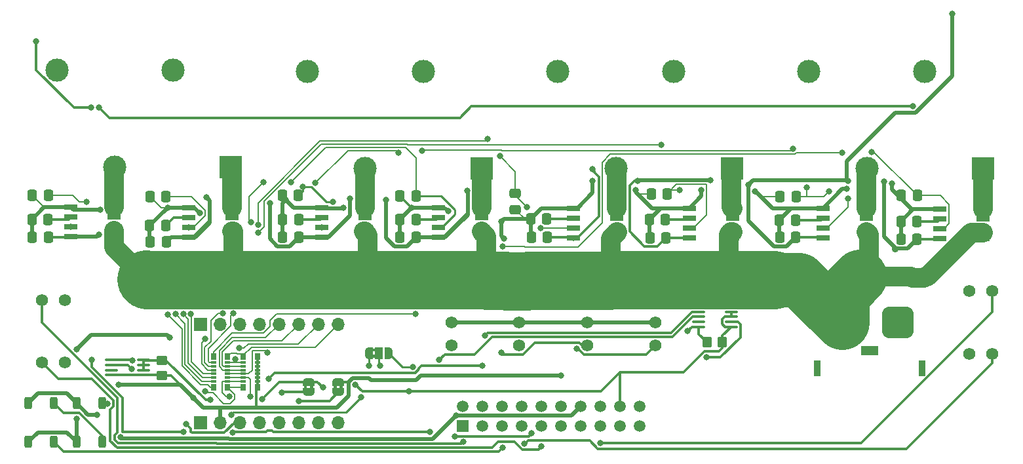
<source format=gbr>
%TF.GenerationSoftware,KiCad,Pcbnew,8.0.3*%
%TF.CreationDate,2025-06-03T03:43:46-07:00*%
%TF.ProjectId,Power_Distribution,506f7765-725f-4446-9973-747269627574,rev?*%
%TF.SameCoordinates,Original*%
%TF.FileFunction,Copper,L1,Top*%
%TF.FilePolarity,Positive*%
%FSLAX46Y46*%
G04 Gerber Fmt 4.6, Leading zero omitted, Abs format (unit mm)*
G04 Created by KiCad (PCBNEW 8.0.3) date 2025-06-03 03:43:46*
%MOMM*%
%LPD*%
G01*
G04 APERTURE LIST*
G04 Aperture macros list*
%AMRoundRect*
0 Rectangle with rounded corners*
0 $1 Rounding radius*
0 $2 $3 $4 $5 $6 $7 $8 $9 X,Y pos of 4 corners*
0 Add a 4 corners polygon primitive as box body*
4,1,4,$2,$3,$4,$5,$6,$7,$8,$9,$2,$3,0*
0 Add four circle primitives for the rounded corners*
1,1,$1+$1,$2,$3*
1,1,$1+$1,$4,$5*
1,1,$1+$1,$6,$7*
1,1,$1+$1,$8,$9*
0 Add four rect primitives between the rounded corners*
20,1,$1+$1,$2,$3,$4,$5,0*
20,1,$1+$1,$4,$5,$6,$7,0*
20,1,$1+$1,$6,$7,$8,$9,0*
20,1,$1+$1,$8,$9,$2,$3,0*%
%AMFreePoly0*
4,1,19,0.500000,-0.750000,0.000000,-0.750000,0.000000,-0.744911,-0.071157,-0.744911,-0.207708,-0.704816,-0.327430,-0.627875,-0.420627,-0.520320,-0.479746,-0.390866,-0.500000,-0.250000,-0.500000,0.250000,-0.479746,0.390866,-0.420627,0.520320,-0.327430,0.627875,-0.207708,0.704816,-0.071157,0.744911,0.000000,0.744911,0.000000,0.750000,0.500000,0.750000,0.500000,-0.750000,0.500000,-0.750000,
$1*%
%AMFreePoly1*
4,1,19,0.000000,0.744911,0.071157,0.744911,0.207708,0.704816,0.327430,0.627875,0.420627,0.520320,0.479746,0.390866,0.500000,0.250000,0.500000,-0.250000,0.479746,-0.390866,0.420627,-0.520320,0.327430,-0.627875,0.207708,-0.704816,0.071157,-0.744911,0.000000,-0.744911,0.000000,-0.750000,-0.500000,-0.750000,-0.500000,0.750000,0.000000,0.750000,0.000000,0.744911,0.000000,0.744911,
$1*%
%AMFreePoly2*
4,1,19,0.550000,-0.750000,0.000000,-0.750000,0.000000,-0.744911,-0.071157,-0.744911,-0.207708,-0.704816,-0.327430,-0.627875,-0.420627,-0.520320,-0.479746,-0.390866,-0.500000,-0.250000,-0.500000,0.250000,-0.479746,0.390866,-0.420627,0.520320,-0.327430,0.627875,-0.207708,0.704816,-0.071157,0.744911,0.000000,0.744911,0.000000,0.750000,0.550000,0.750000,0.550000,-0.750000,0.550000,-0.750000,
$1*%
%AMFreePoly3*
4,1,19,0.000000,0.744911,0.071157,0.744911,0.207708,0.704816,0.327430,0.627875,0.420627,0.520320,0.479746,0.390866,0.500000,0.250000,0.500000,-0.250000,0.479746,-0.390866,0.420627,-0.520320,0.327430,-0.627875,0.207708,-0.704816,0.071157,-0.744911,0.000000,-0.744911,0.000000,-0.750000,-0.550000,-0.750000,-0.550000,0.750000,0.000000,0.750000,0.000000,0.744911,0.000000,0.744911,
$1*%
G04 Aperture macros list end*
%TA.AperFunction,EtchedComponent*%
%ADD10C,0.000000*%
%TD*%
%TA.AperFunction,SMDPad,CuDef*%
%ADD11R,1.750000X0.650000*%
%TD*%
%TA.AperFunction,SMDPad,CuDef*%
%ADD12RoundRect,0.250000X0.337500X0.475000X-0.337500X0.475000X-0.337500X-0.475000X0.337500X-0.475000X0*%
%TD*%
%TA.AperFunction,SMDPad,CuDef*%
%ADD13RoundRect,0.250000X-0.450000X0.350000X-0.450000X-0.350000X0.450000X-0.350000X0.450000X0.350000X0*%
%TD*%
%TA.AperFunction,SMDPad,CuDef*%
%ADD14FreePoly0,90.000000*%
%TD*%
%TA.AperFunction,SMDPad,CuDef*%
%ADD15FreePoly1,90.000000*%
%TD*%
%TA.AperFunction,ComponentPad*%
%ADD16R,0.900000X2.000000*%
%TD*%
%TA.AperFunction,ComponentPad*%
%ADD17RoundRect,1.025000X1.025000X1.025000X-1.025000X1.025000X-1.025000X-1.025000X1.025000X-1.025000X0*%
%TD*%
%TA.AperFunction,ComponentPad*%
%ADD18C,4.100000*%
%TD*%
%TA.AperFunction,ComponentPad*%
%ADD19R,2.300000X1.300000*%
%TD*%
%TA.AperFunction,SMDPad,CuDef*%
%ADD20RoundRect,0.100000X-0.712500X-0.100000X0.712500X-0.100000X0.712500X0.100000X-0.712500X0.100000X0*%
%TD*%
%TA.AperFunction,ComponentPad*%
%ADD21R,3.000000X3.000000*%
%TD*%
%TA.AperFunction,ComponentPad*%
%ADD22C,3.000000*%
%TD*%
%TA.AperFunction,ComponentPad*%
%ADD23R,1.508000X1.508000*%
%TD*%
%TA.AperFunction,ComponentPad*%
%ADD24C,1.508000*%
%TD*%
%TA.AperFunction,SMDPad,CuDef*%
%ADD25RoundRect,0.250000X-0.475000X0.337500X-0.475000X-0.337500X0.475000X-0.337500X0.475000X0.337500X0*%
%TD*%
%TA.AperFunction,ComponentPad*%
%ADD26C,1.574800*%
%TD*%
%TA.AperFunction,SMDPad,CuDef*%
%ADD27RoundRect,0.250000X0.250000X-0.550000X0.250000X0.550000X-0.250000X0.550000X-0.250000X-0.550000X0*%
%TD*%
%TA.AperFunction,SMDPad,CuDef*%
%ADD28R,0.787400X0.863600*%
%TD*%
%TA.AperFunction,SMDPad,CuDef*%
%ADD29R,0.787400X0.355600*%
%TD*%
%TA.AperFunction,ComponentPad*%
%ADD30R,1.700000X1.700000*%
%TD*%
%TA.AperFunction,ComponentPad*%
%ADD31O,1.700000X1.700000*%
%TD*%
%TA.AperFunction,SMDPad,CuDef*%
%ADD32RoundRect,0.250000X0.350000X0.450000X-0.350000X0.450000X-0.350000X-0.450000X0.350000X-0.450000X0*%
%TD*%
%TA.AperFunction,SMDPad,CuDef*%
%ADD33FreePoly2,0.000000*%
%TD*%
%TA.AperFunction,SMDPad,CuDef*%
%ADD34R,1.000000X1.500000*%
%TD*%
%TA.AperFunction,SMDPad,CuDef*%
%ADD35FreePoly3,0.000000*%
%TD*%
%TA.AperFunction,ViaPad*%
%ADD36C,0.900000*%
%TD*%
%TA.AperFunction,ViaPad*%
%ADD37C,0.800000*%
%TD*%
%TA.AperFunction,Conductor*%
%ADD38C,0.304800*%
%TD*%
%TA.AperFunction,Conductor*%
%ADD39C,2.500000*%
%TD*%
%TA.AperFunction,Conductor*%
%ADD40C,7.000000*%
%TD*%
%TA.AperFunction,Conductor*%
%ADD41C,0.250000*%
%TD*%
%TA.AperFunction,Conductor*%
%ADD42C,0.508000*%
%TD*%
%TA.AperFunction,Conductor*%
%ADD43C,0.200000*%
%TD*%
%TA.AperFunction,Conductor*%
%ADD44C,7.500000*%
%TD*%
G04 APERTURE END LIST*
D10*
%TA.AperFunction,EtchedComponent*%
%TO.C,JP2*%
G36*
X122890000Y-104020000D02*
G01*
X122490000Y-104020000D01*
X122490000Y-103520000D01*
X122890000Y-103520000D01*
X122890000Y-104020000D01*
G37*
%TD.AperFunction*%
%TA.AperFunction,EtchedComponent*%
G36*
X123690000Y-104020000D02*
G01*
X123290000Y-104020000D01*
X123290000Y-103520000D01*
X123690000Y-103520000D01*
X123690000Y-104020000D01*
G37*
%TD.AperFunction*%
%TA.AperFunction,EtchedComponent*%
%TO.C,JP1*%
G36*
X119060000Y-104000000D02*
G01*
X118660000Y-104000000D01*
X118660000Y-103500000D01*
X119060000Y-103500000D01*
X119060000Y-104000000D01*
G37*
%TD.AperFunction*%
%TA.AperFunction,EtchedComponent*%
G36*
X119860000Y-104000000D02*
G01*
X119460000Y-104000000D01*
X119460000Y-103500000D01*
X119860000Y-103500000D01*
X119860000Y-104000000D01*
G37*
%TD.AperFunction*%
%TA.AperFunction,EtchedComponent*%
%TO.C,JP3*%
G36*
X127950000Y-99180000D02*
G01*
X127450000Y-99180000D01*
X127450000Y-98780000D01*
X127950000Y-98780000D01*
X127950000Y-99180000D01*
G37*
%TD.AperFunction*%
%TA.AperFunction,EtchedComponent*%
G36*
X127950000Y-99980000D02*
G01*
X127450000Y-99980000D01*
X127450000Y-99580000D01*
X127950000Y-99580000D01*
X127950000Y-99980000D01*
G37*
%TD.AperFunction*%
%TD*%
D11*
%TO.P,IC5,1,IP+_1*%
%TO.N,+BATT*%
X141669200Y-84429600D03*
%TO.P,IC5,2,IP+_2*%
X141669200Y-83159600D03*
%TO.P,IC5,3,IP-_1*%
%TO.N,PWR5*%
X141669200Y-81889600D03*
%TO.P,IC5,4,IP-_2*%
X141669200Y-80619600D03*
%TO.P,IC5,5,GND*%
%TO.N,GND*%
X136069200Y-80619600D03*
%TO.P,IC5,6,FILTER*%
%TO.N,Net-(IC5-FILTER)*%
X136069200Y-81889600D03*
%TO.P,IC5,7,VIOUT*%
%TO.N,VIout5*%
X136069200Y-83159600D03*
%TO.P,IC5,8,VCC*%
%TO.N,5V*%
X136069200Y-84429600D03*
%TD*%
D12*
%TO.P,Cf1,1*%
%TO.N,Net-(IC1-FILTER)*%
X197887500Y-82346800D03*
%TO.P,Cf1,2*%
%TO.N,GND*%
X195812500Y-82346800D03*
%TD*%
D11*
%TO.P,IC7,1,IP+_1*%
%TO.N,+BATT*%
X109372400Y-84378800D03*
%TO.P,IC7,2,IP+_2*%
X109372400Y-83108800D03*
%TO.P,IC7,3,IP-_1*%
%TO.N,PWR7*%
X109372400Y-81838800D03*
%TO.P,IC7,4,IP-_2*%
X109372400Y-80568800D03*
%TO.P,IC7,5,GND*%
%TO.N,GND*%
X103772400Y-80568800D03*
%TO.P,IC7,6,FILTER*%
%TO.N,Net-(IC7-FILTER)*%
X103772400Y-81838800D03*
%TO.P,IC7,7,VIOUT*%
%TO.N,VIout7*%
X103772400Y-83108800D03*
%TO.P,IC7,8,VCC*%
%TO.N,5V*%
X103772400Y-84378800D03*
%TD*%
D13*
%TO.P,R1,1*%
%TO.N,+3.3V*%
X100320000Y-100310000D03*
%TO.P,R1,2*%
%TO.N,GND*%
X100320000Y-102310000D03*
%TD*%
D14*
%TO.P,JP2,1,A*%
%TO.N,COM*%
X123090000Y-104420000D03*
D15*
%TO.P,JP2,2,B*%
%TO.N,GND*%
X123090000Y-103120000D03*
%TD*%
D12*
%TO.P,Cf3,1*%
%TO.N,Net-(IC6-FILTER)*%
X117979100Y-82092800D03*
%TO.P,Cf3,2*%
%TO.N,GND*%
X115904100Y-82092800D03*
%TD*%
D16*
%TO.P,J4,*%
%TO.N,*%
X198520000Y-101380000D03*
X185020000Y-101380000D03*
D17*
%TO.P,J4,1,Pin_1*%
%TO.N,-BATT*%
X195370000Y-95380000D03*
D18*
%TO.P,J4,2,Pin_2*%
%TO.N,+BATT*%
X188170000Y-95380000D03*
D19*
%TO.P,J4,3*%
%TO.N,N/C*%
X191770000Y-99030000D03*
%TD*%
D12*
%TO.P,Cf8,1*%
%TO.N,Net-(IC8-FILTER)*%
X85619500Y-82092800D03*
%TO.P,Cf8,2*%
%TO.N,GND*%
X83544500Y-82092800D03*
%TD*%
D20*
%TO.P,U2,1,SDA*%
%TO.N,SDA*%
X169675000Y-94020000D03*
%TO.P,U2,2,SCL*%
%TO.N,SCL*%
X169675000Y-94670000D03*
%TO.P,U2,3,Alert*%
%TO.N,unconnected-(U2-Alert-Pad3)*%
X169675000Y-95320000D03*
%TO.P,U2,4,GND*%
%TO.N,GND*%
X169675000Y-95970000D03*
%TO.P,U2,5,A2*%
%TO.N,+3.3V*%
X173900000Y-95970000D03*
%TO.P,U2,6,A1*%
%TO.N,GND*%
X173900000Y-95320000D03*
%TO.P,U2,7,A0*%
%TO.N,+3.3V*%
X173900000Y-94670000D03*
%TO.P,U2,8,V_{DD}*%
X173900000Y-94020000D03*
%TD*%
D21*
%TO.P,J6,1,1*%
%TO.N,PWR1*%
X206396000Y-75492000D03*
D22*
%TO.P,J6,2,2*%
%TO.N,-BATT*%
X198896000Y-62992000D03*
%TO.P,J6,3,3*%
%TO.N,PWR2*%
X191396000Y-75492000D03*
%TO.P,J6,4,4*%
%TO.N,-BATT*%
X183896000Y-62992000D03*
%TD*%
D12*
%TO.P,Cb6,1*%
%TO.N,5V*%
X165447800Y-84480400D03*
%TO.P,Cb6,2*%
%TO.N,GND*%
X163372800Y-84480400D03*
%TD*%
D23*
%TO.P,J18,1,1*%
%TO.N,PWM0*%
X139190000Y-108750000D03*
D24*
%TO.P,J18,2,2*%
%TO.N,SCL*%
X139190000Y-106210000D03*
%TO.P,J18,3,3*%
%TO.N,PWM1*%
X141730000Y-108750000D03*
%TO.P,J18,4,4*%
%TO.N,SDA*%
X141730000Y-106210000D03*
%TO.P,J18,5,5*%
%TO.N,PWM2*%
X144270000Y-108750000D03*
%TO.P,J18,6,6*%
%TO.N,toNEO_CTRL_MOOD*%
X144270000Y-106210000D03*
%TO.P,J18,7,7*%
%TO.N,PWM3*%
X146810000Y-108750000D03*
%TO.P,J18,8,8*%
%TO.N,outNEO_CTRL_MOOD*%
X146810000Y-106210000D03*
%TO.P,J18,9,9*%
%TO.N,PWM4*%
X149350000Y-108750000D03*
%TO.P,J18,10,10*%
%TO.N,unconnected-(J18-Pad10)*%
X149350000Y-106210000D03*
%TO.P,J18,11,11*%
%TO.N,PWM5*%
X151890000Y-108750000D03*
%TO.P,J18,12,12*%
%TO.N,GND*%
X151890000Y-106210000D03*
%TO.P,J18,13,13*%
%TO.N,PWM6*%
X154430000Y-108750000D03*
%TO.P,J18,14,14*%
%TO.N,5V*%
X154430000Y-106210000D03*
%TO.P,J18,15,15*%
%TO.N,PWM7*%
X156970000Y-108750000D03*
%TO.P,J18,16,16*%
%TO.N,5V*%
X156970000Y-106210000D03*
%TO.P,J18,17,17*%
%TO.N,unconnected-(J18-Pad17)*%
X159510000Y-108750000D03*
%TO.P,J18,18,18*%
%TO.N,+3.3V*%
X159510000Y-106210000D03*
%TO.P,J18,19,19*%
%TO.N,unconnected-(J18-Pad19)*%
X162050000Y-108750000D03*
%TO.P,J18,20,20*%
%TO.N,GND*%
X162050000Y-106210000D03*
%TD*%
D12*
%TO.P,Cf11,1*%
%TO.N,VIout3*%
X165617500Y-78790000D03*
%TO.P,Cf11,2*%
%TO.N,GND*%
X163542500Y-78790000D03*
%TD*%
D25*
%TO.P,Cf12,1*%
%TO.N,VIout4*%
X146000000Y-78762500D03*
%TO.P,Cf12,2*%
%TO.N,GND*%
X146000000Y-80837500D03*
%TD*%
D12*
%TO.P,Cb2,1*%
%TO.N,5V*%
X182211800Y-84429600D03*
%TO.P,Cb2,2*%
%TO.N,GND*%
X180136800Y-84429600D03*
%TD*%
%TO.P,Cb1,1*%
%TO.N,5V*%
X197887500Y-84632800D03*
%TO.P,Cb1,2*%
%TO.N,GND*%
X195812500Y-84632800D03*
%TD*%
%TO.P,Cf7,1*%
%TO.N,Net-(IC4-FILTER)*%
X150033900Y-82042000D03*
%TO.P,Cf7,2*%
%TO.N,GND*%
X147958900Y-82042000D03*
%TD*%
D26*
%TO.P,J15,1,1*%
%TO.N,PWM6*%
X164060000Y-98389999D03*
%TO.P,J15,2,2*%
%TO.N,GND*%
X164060000Y-95390000D03*
%TD*%
D11*
%TO.P,IC6,1,IP+_1*%
%TO.N,+BATT*%
X126581600Y-84429600D03*
%TO.P,IC6,2,IP+_2*%
X126581600Y-83159600D03*
%TO.P,IC6,3,IP-_1*%
%TO.N,PWR6*%
X126581600Y-81889600D03*
%TO.P,IC6,4,IP-_2*%
X126581600Y-80619600D03*
%TO.P,IC6,5,GND*%
%TO.N,GND*%
X120981600Y-80619600D03*
%TO.P,IC6,6,FILTER*%
%TO.N,Net-(IC6-FILTER)*%
X120981600Y-81889600D03*
%TO.P,IC6,7,VIOUT*%
%TO.N,VIout6*%
X120981600Y-83159600D03*
%TO.P,IC6,8,VCC*%
%TO.N,5V*%
X120981600Y-84429600D03*
%TD*%
D26*
%TO.P,J10,1,1*%
%TO.N,PWM0*%
X84800000Y-92550000D03*
%TO.P,J10,2,2*%
%TO.N,GND*%
X87799999Y-92550000D03*
%TD*%
D11*
%TO.P,IC4,1,IP+_1*%
%TO.N,+BATT*%
X159054800Y-84480400D03*
%TO.P,IC4,2,IP+_2*%
X159054800Y-83210400D03*
%TO.P,IC4,3,IP-_1*%
%TO.N,PWR4*%
X159054800Y-81940400D03*
%TO.P,IC4,4,IP-_2*%
X159054800Y-80670400D03*
%TO.P,IC4,5,GND*%
%TO.N,GND*%
X153454800Y-80670400D03*
%TO.P,IC4,6,FILTER*%
%TO.N,Net-(IC4-FILTER)*%
X153454800Y-81940400D03*
%TO.P,IC4,7,VIOUT*%
%TO.N,VIout4*%
X153454800Y-83210400D03*
%TO.P,IC4,8,VCC*%
%TO.N,5V*%
X153454800Y-84480400D03*
%TD*%
D12*
%TO.P,Cb7,1*%
%TO.N,5V*%
X150135500Y-84378800D03*
%TO.P,Cb7,2*%
%TO.N,GND*%
X148060500Y-84378800D03*
%TD*%
D14*
%TO.P,JP1,1,A*%
%TO.N,REF*%
X119260000Y-104400000D03*
D15*
%TO.P,JP1,2,B*%
%TO.N,+3.3V*%
X119260000Y-103100000D03*
%TD*%
D12*
%TO.P,Cf14,1*%
%TO.N,VIout6*%
X117962500Y-79025000D03*
%TO.P,Cf14,2*%
%TO.N,GND*%
X115887500Y-79025000D03*
%TD*%
%TO.P,Cf2,1*%
%TO.N,Net-(IC2-FILTER)*%
X182190300Y-82194400D03*
%TO.P,Cf2,2*%
%TO.N,GND*%
X180115300Y-82194400D03*
%TD*%
D27*
%TO.P,LED1,1,VSS*%
%TO.N,GND*%
X83060000Y-110850000D03*
%TO.P,LED1,2,DIN*%
%TO.N,toNEO_CTRL_MOOD*%
X86360000Y-110850000D03*
%TO.P,LED1,3,VDD*%
%TO.N,5V*%
X83060000Y-105850000D03*
%TO.P,LED1,4,DOUT*%
%TO.N,Net-(LED1-DOUT)*%
X86360000Y-105850000D03*
%TD*%
D28*
%TO.P,R3,1*%
%TO.N,VIout1*%
X107000000Y-99820000D03*
D29*
%TO.P,R3,2*%
%TO.N,VIout2*%
X107000000Y-100567522D03*
%TO.P,R3,3*%
%TO.N,VIout3*%
X107000000Y-101061044D03*
%TO.P,R3,4*%
%TO.N,VIout4*%
X107000000Y-101554566D03*
%TO.P,R3,5*%
%TO.N,VIout5*%
X107000000Y-102048088D03*
%TO.P,R3,6*%
%TO.N,VIout6*%
X107000000Y-102541610D03*
%TO.P,R3,7*%
%TO.N,VIout7*%
X107000000Y-103035132D03*
D28*
%TO.P,R3,8*%
%TO.N,VIout8*%
X107000000Y-103782400D03*
%TO.P,R3,9*%
%TO.N,VIout8Div*%
X108828800Y-103782400D03*
D29*
%TO.P,R3,10*%
%TO.N,VIout7Div*%
X108828800Y-103035132D03*
%TO.P,R3,11*%
%TO.N,VIout6Div*%
X108828800Y-102541610D03*
%TO.P,R3,12*%
%TO.N,VIout5Div*%
X108828800Y-102048088D03*
%TO.P,R3,13*%
%TO.N,VIout4Div*%
X108828800Y-101554566D03*
%TO.P,R3,14*%
%TO.N,VIout3Div*%
X108828800Y-101061044D03*
%TO.P,R3,15*%
%TO.N,VIout2Div*%
X108828800Y-100567522D03*
D28*
%TO.P,R3,16*%
%TO.N,VIout1Div*%
X108828800Y-99820000D03*
%TD*%
D21*
%TO.P,J2,1,1*%
%TO.N,PWR5*%
X141612000Y-75492000D03*
D22*
%TO.P,J2,2,2*%
%TO.N,-BATT*%
X134112000Y-62992000D03*
%TO.P,J2,3,3*%
%TO.N,PWR6*%
X126612000Y-75492000D03*
%TO.P,J2,4,4*%
%TO.N,-BATT*%
X119112000Y-62992000D03*
%TD*%
D26*
%TO.P,J17,1,1*%
%TO.N,PWM7*%
X207619999Y-91380000D03*
%TO.P,J17,2,2*%
%TO.N,GND*%
X204620000Y-91380000D03*
%TD*%
D12*
%TO.P,Cf13,1*%
%TO.N,VIout5*%
X133137500Y-79075000D03*
%TO.P,Cf13,2*%
%TO.N,GND*%
X131062500Y-79075000D03*
%TD*%
D26*
%TO.P,J16,1,1*%
%TO.N,PWM3*%
X207619999Y-99510000D03*
%TO.P,J16,2,2*%
%TO.N,GND*%
X204620000Y-99510000D03*
%TD*%
D30*
%TO.P,J9,1,Pin_1*%
%TO.N,VIout8Div*%
X105290000Y-95632000D03*
D31*
%TO.P,J9,2,Pin_2*%
%TO.N,VIout7Div*%
X107830000Y-95632000D03*
%TO.P,J9,3,Pin_3*%
%TO.N,VIout6Div*%
X110370000Y-95632000D03*
%TO.P,J9,4,Pin_4*%
%TO.N,VIout5Div*%
X112910000Y-95632000D03*
%TO.P,J9,5,Pin_5*%
%TO.N,VIout4Div*%
X115450000Y-95632000D03*
%TO.P,J9,6,Pin_6*%
%TO.N,VIout3Div*%
X117990000Y-95632000D03*
%TO.P,J9,7,Pin_7*%
%TO.N,VIout2Div*%
X120530000Y-95632000D03*
%TO.P,J9,8,Pin_8*%
%TO.N,VIout1Div*%
X123070000Y-95632000D03*
%TD*%
D27*
%TO.P,LED2,1,VSS*%
%TO.N,GND*%
X89290000Y-110850000D03*
%TO.P,LED2,2,DIN*%
%TO.N,Net-(LED1-DOUT)*%
X92590000Y-110850000D03*
%TO.P,LED2,3,VDD*%
%TO.N,5V*%
X89290000Y-105850000D03*
%TO.P,LED2,4,DOUT*%
%TO.N,Net-(LED2-DOUT)*%
X92590000Y-105850000D03*
%TD*%
D12*
%TO.P,Cf10,1*%
%TO.N,VIout2*%
X182270000Y-79140000D03*
%TO.P,Cf10,2*%
%TO.N,GND*%
X180195000Y-79140000D03*
%TD*%
%TO.P,Cb8,1*%
%TO.N,5V*%
X85641000Y-84378800D03*
%TO.P,Cb8,2*%
%TO.N,GND*%
X83566000Y-84378800D03*
%TD*%
D20*
%TO.P,U1,1,SDA*%
%TO.N,SDA*%
X93767500Y-100260000D03*
%TO.P,U1,2,SCL*%
%TO.N,SCL*%
X93767500Y-100910000D03*
%TO.P,U1,3,Alert*%
%TO.N,unconnected-(U1-Alert-Pad3)*%
X93767500Y-101560000D03*
%TO.P,U1,4,GND*%
%TO.N,GND*%
X93767500Y-102210000D03*
%TO.P,U1,5,A2*%
X97992500Y-102210000D03*
%TO.P,U1,6,A1*%
%TO.N,+3.3V*%
X97992500Y-101560000D03*
%TO.P,U1,7,A0*%
X97992500Y-100910000D03*
%TO.P,U1,8,V_{DD}*%
X97992500Y-100260000D03*
%TD*%
D12*
%TO.P,Cb5,1*%
%TO.N,5V*%
X133139000Y-84378800D03*
%TO.P,Cb5,2*%
%TO.N,GND*%
X131064000Y-84378800D03*
%TD*%
D11*
%TO.P,IC2,1,IP+_1*%
%TO.N,+BATT*%
X191351600Y-84480400D03*
%TO.P,IC2,2,IP+_2*%
X191351600Y-83210400D03*
%TO.P,IC2,3,IP-_1*%
%TO.N,PWR2*%
X191351600Y-81940400D03*
%TO.P,IC2,4,IP-_2*%
X191351600Y-80670400D03*
%TO.P,IC2,5,GND*%
%TO.N,GND*%
X185751600Y-80670400D03*
%TO.P,IC2,6,FILTER*%
%TO.N,Net-(IC2-FILTER)*%
X185751600Y-81940400D03*
%TO.P,IC2,7,VIOUT*%
%TO.N,VIout2*%
X185751600Y-83210400D03*
%TO.P,IC2,8,VCC*%
%TO.N,5V*%
X185751600Y-84480400D03*
%TD*%
D12*
%TO.P,Cf4,1*%
%TO.N,Net-(IC7-FILTER)*%
X100808700Y-82905600D03*
%TO.P,Cf4,2*%
%TO.N,GND*%
X98733700Y-82905600D03*
%TD*%
%TO.P,Cf15,1*%
%TO.N,VIout7*%
X100837500Y-79125000D03*
%TO.P,Cf15,2*%
%TO.N,GND*%
X98762500Y-79125000D03*
%TD*%
D11*
%TO.P,IC1,1,IP+_1*%
%TO.N,+BATT*%
X206451200Y-84582000D03*
%TO.P,IC1,2,IP+_2*%
X206451200Y-83312000D03*
%TO.P,IC1,3,IP-_1*%
%TO.N,PWR1*%
X206451200Y-82042000D03*
%TO.P,IC1,4,IP-_2*%
X206451200Y-80772000D03*
%TO.P,IC1,5,GND*%
%TO.N,GND*%
X200851200Y-80772000D03*
%TO.P,IC1,6,FILTER*%
%TO.N,Net-(IC1-FILTER)*%
X200851200Y-82042000D03*
%TO.P,IC1,7,VIOUT*%
%TO.N,VIout1*%
X200851200Y-83312000D03*
%TO.P,IC1,8,VCC*%
%TO.N,5V*%
X200851200Y-84582000D03*
%TD*%
D12*
%TO.P,Cf16,1*%
%TO.N,VIout8*%
X85637500Y-79000000D03*
%TO.P,Cf16,2*%
%TO.N,GND*%
X83562500Y-79000000D03*
%TD*%
D26*
%TO.P,J14,1,1*%
%TO.N,PWM2*%
X155284400Y-98399999D03*
%TO.P,J14,2,2*%
%TO.N,GND*%
X155284400Y-95400000D03*
%TD*%
D21*
%TO.P,J1,1,1*%
%TO.N,PWR3*%
X173985600Y-75492000D03*
D22*
%TO.P,J1,2,2*%
%TO.N,-BATT*%
X166485600Y-62992000D03*
%TO.P,J1,3,3*%
%TO.N,PWR4*%
X158985600Y-75492000D03*
%TO.P,J1,4,4*%
%TO.N,-BATT*%
X151485600Y-62992000D03*
%TD*%
D26*
%TO.P,J11,1,1*%
%TO.N,PWM4*%
X84800000Y-100590000D03*
%TO.P,J11,2,2*%
%TO.N,GND*%
X87799999Y-100590000D03*
%TD*%
D32*
%TO.P,R2,1*%
%TO.N,+3.3V*%
X172750000Y-97980000D03*
%TO.P,R2,2*%
%TO.N,GND*%
X170750000Y-97980000D03*
%TD*%
D12*
%TO.P,Cf9,1*%
%TO.N,VIout1*%
X197920000Y-79000000D03*
%TO.P,Cf9,2*%
%TO.N,GND*%
X195845000Y-79000000D03*
%TD*%
D11*
%TO.P,IC8,1,IP+_1*%
%TO.N,+BATT*%
X94171200Y-84328000D03*
%TO.P,IC8,2,IP+_2*%
X94171200Y-83058000D03*
%TO.P,IC8,3,IP-_1*%
%TO.N,PWR8*%
X94171200Y-81788000D03*
%TO.P,IC8,4,IP-_2*%
X94171200Y-80518000D03*
%TO.P,IC8,5,GND*%
%TO.N,GND*%
X88571200Y-80518000D03*
%TO.P,IC8,6,FILTER*%
%TO.N,Net-(IC8-FILTER)*%
X88571200Y-81788000D03*
%TO.P,IC8,7,VIOUT*%
%TO.N,VIout8*%
X88571200Y-83058000D03*
%TO.P,IC8,8,VCC*%
%TO.N,5V*%
X88571200Y-84328000D03*
%TD*%
D12*
%TO.P,Cb3,1*%
%TO.N,5V*%
X117979100Y-84378800D03*
%TO.P,Cb3,2*%
%TO.N,GND*%
X115904100Y-84378800D03*
%TD*%
D33*
%TO.P,JP3,1,A*%
%TO.N,Net-(J3-Pin_1)*%
X127050000Y-99380000D03*
D34*
%TO.P,JP3,2,C*%
%TO.N,+3.3V*%
X128350000Y-99380000D03*
D35*
%TO.P,JP3,3,B*%
%TO.N,5V*%
X129650000Y-99380000D03*
%TD*%
D28*
%TO.P,R4,1*%
%TO.N,VIout1Div*%
X110850000Y-99820000D03*
D29*
%TO.P,R4,2*%
%TO.N,VIout2Div*%
X110850000Y-100567522D03*
%TO.P,R4,3*%
%TO.N,VIout3Div*%
X110850000Y-101061044D03*
%TO.P,R4,4*%
%TO.N,VIout4Div*%
X110850000Y-101554566D03*
%TO.P,R4,5*%
%TO.N,VIout5Div*%
X110850000Y-102048088D03*
%TO.P,R4,6*%
%TO.N,VIout6Div*%
X110850000Y-102541610D03*
%TO.P,R4,7*%
%TO.N,VIout7Div*%
X110850000Y-103035132D03*
D28*
%TO.P,R4,8*%
%TO.N,VIout8Div*%
X110850000Y-103782400D03*
%TO.P,R4,9*%
%TO.N,GND*%
X112678800Y-103782400D03*
D29*
%TO.P,R4,10*%
X112678800Y-103035132D03*
%TO.P,R4,11*%
X112678800Y-102541610D03*
%TO.P,R4,12*%
X112678800Y-102048088D03*
%TO.P,R4,13*%
X112678800Y-101554566D03*
%TO.P,R4,14*%
X112678800Y-101061044D03*
%TO.P,R4,15*%
X112678800Y-100567522D03*
D28*
%TO.P,R4,16*%
X112678800Y-99820000D03*
%TD*%
D11*
%TO.P,IC3,1,IP+_1*%
%TO.N,+BATT*%
X174040800Y-84480400D03*
%TO.P,IC3,2,IP+_2*%
X174040800Y-83210400D03*
%TO.P,IC3,3,IP-_1*%
%TO.N,PWR3*%
X174040800Y-81940400D03*
%TO.P,IC3,4,IP-_2*%
X174040800Y-80670400D03*
%TO.P,IC3,5,GND*%
%TO.N,GND*%
X168440800Y-80670400D03*
%TO.P,IC3,6,FILTER*%
%TO.N,Net-(IC3-FILTER)*%
X168440800Y-81940400D03*
%TO.P,IC3,7,VIOUT*%
%TO.N,VIout3*%
X168440800Y-83210400D03*
%TO.P,IC3,8,VCC*%
%TO.N,5V*%
X168440800Y-84480400D03*
%TD*%
D12*
%TO.P,Cb4,1*%
%TO.N,5V*%
X100881000Y-85039200D03*
%TO.P,Cb4,2*%
%TO.N,GND*%
X98806000Y-85039200D03*
%TD*%
%TO.P,Cf5,1*%
%TO.N,Net-(IC5-FILTER)*%
X133139000Y-82143600D03*
%TO.P,Cf5,2*%
%TO.N,GND*%
X131064000Y-82143600D03*
%TD*%
D26*
%TO.P,J13,1,1*%
%TO.N,PWM5*%
X146508800Y-98399999D03*
%TO.P,J13,2,2*%
%TO.N,GND*%
X146508800Y-95400000D03*
%TD*%
%TO.P,J12,1,1*%
%TO.N,PWM1*%
X137733200Y-98399999D03*
%TO.P,J12,2,2*%
%TO.N,GND*%
X137733200Y-95400000D03*
%TD*%
D21*
%TO.P,J7,1,1*%
%TO.N,PWR7*%
X109252400Y-75339600D03*
D22*
%TO.P,J7,2,2*%
%TO.N,-BATT*%
X101752400Y-62839600D03*
%TO.P,J7,3,3*%
%TO.N,PWR8*%
X94252400Y-75339600D03*
%TO.P,J7,4,4*%
%TO.N,-BATT*%
X86752400Y-62839600D03*
%TD*%
D12*
%TO.P,Cf6,1*%
%TO.N,Net-(IC3-FILTER)*%
X165375500Y-82143600D03*
%TO.P,Cf6,2*%
%TO.N,GND*%
X163300500Y-82143600D03*
%TD*%
D30*
%TO.P,J3,1,Pin_1*%
%TO.N,Net-(J3-Pin_1)*%
X105290000Y-108332000D03*
D31*
%TO.P,J3,2,Pin_2*%
%TO.N,GND*%
X107830000Y-108332000D03*
%TO.P,J3,3,Pin_3*%
%TO.N,SCL*%
X110370000Y-108332000D03*
%TO.P,J3,4,Pin_4*%
%TO.N,SDA*%
X112910000Y-108332000D03*
%TO.P,J3,5,Pin_5*%
%TO.N,REF*%
X115450000Y-108332000D03*
%TO.P,J3,6,Pin_6*%
%TO.N,COM*%
X117990000Y-108332000D03*
%TO.P,J3,7,Pin_7*%
%TO.N,AD0*%
X120530000Y-108332000D03*
%TO.P,J3,8,Pin_8*%
%TO.N,AD1*%
X123070000Y-108332000D03*
%TD*%
D36*
%TO.N,5V*%
X195047404Y-85903266D03*
D37*
%TO.N,+3.3V*%
X132260000Y-104325600D03*
X128500000Y-101020000D03*
%TO.N,5V*%
X138362100Y-107400567D03*
X132740000Y-101150000D03*
%TO.N,Net-(J3-Pin_1)*%
X126040000Y-105090000D03*
X127080000Y-101020000D03*
%TO.N,GND*%
X168230000Y-96520000D03*
X132588000Y-80619600D03*
X188767018Y-78182542D03*
X105218600Y-81276111D03*
X104380000Y-105180000D03*
X155992318Y-77107013D03*
X176977200Y-78497200D03*
X123802800Y-80578167D03*
X161515600Y-78296545D03*
X151890000Y-102280000D03*
X101070500Y-80568800D03*
X144510401Y-84557258D03*
X94780000Y-103480000D03*
X89360000Y-98900000D03*
X170750000Y-97980000D03*
X170006800Y-78328190D03*
X170720000Y-99917300D03*
X92334823Y-80830000D03*
X101356800Y-97372912D03*
X195812500Y-84632800D03*
X144160000Y-82390000D03*
X194606842Y-77481444D03*
X89300000Y-107880000D03*
X116328769Y-79571069D03*
X137305515Y-81039872D03*
%TO.N,5V*%
X114317366Y-79992366D03*
X129275000Y-79600000D03*
X94968836Y-110257249D03*
X161820000Y-77110000D03*
X91911132Y-107321132D03*
X106066146Y-79271341D03*
X188990365Y-77122626D03*
X193650000Y-77180000D03*
X139780000Y-78360000D03*
X155984400Y-75570034D03*
X150135500Y-84378800D03*
X171206565Y-77014831D03*
X202450000Y-55560000D03*
X92170000Y-84100000D03*
X100881000Y-85039200D03*
X124660000Y-79440000D03*
X176120000Y-77610000D03*
%TO.N,VIout1*%
X133110000Y-94310000D03*
X192010000Y-73360000D03*
X144360000Y-85560000D03*
X188210000Y-73460000D03*
%TO.N,VIout2*%
X186520000Y-78490000D03*
X120140000Y-77380000D03*
X183670000Y-77930000D03*
X133900000Y-73190000D03*
X181850000Y-72970000D03*
X130930000Y-73493200D03*
X189010000Y-79420000D03*
X109560000Y-94250000D03*
%TO.N,VIout3*%
X108190627Y-94227558D03*
X112787988Y-83842483D03*
X167250000Y-78350000D03*
X164820000Y-72490000D03*
%TO.N,VIout4*%
X142420000Y-71740000D03*
X147475000Y-80500000D03*
X105930000Y-97560000D03*
X112750000Y-82840000D03*
X143980000Y-73880000D03*
X149255905Y-83244957D03*
%TO.N,VIout5*%
X116980081Y-77300081D03*
X113430000Y-77310000D03*
X111822541Y-82457594D03*
X104087072Y-94282302D03*
%TO.N,VIout6*%
X103084871Y-94327124D03*
X120981600Y-83159600D03*
X118540262Y-77925262D03*
X122400000Y-79825000D03*
%TO.N,VIout7*%
X103772400Y-83108800D03*
X102081700Y-94335124D03*
%TO.N,VIout8*%
X90600000Y-79800000D03*
X88571200Y-83058000D03*
X101080000Y-94390000D03*
%TO.N,SDA*%
X114086672Y-102675600D03*
X96480000Y-100340000D03*
X141730000Y-101020000D03*
X142080000Y-97080000D03*
%TO.N,COM*%
X118040000Y-105550000D03*
%TO.N,SCL*%
X96460000Y-101450000D03*
X136168312Y-100238800D03*
X103490000Y-108550000D03*
%TO.N,REF*%
X115845600Y-104513697D03*
%TO.N,PWM0*%
X139302040Y-110860400D03*
%TO.N,PWM4*%
X149390000Y-111440000D03*
%TO.N,PWM2*%
X144141043Y-99288999D03*
%TO.N,PWM6*%
X153942684Y-98794420D03*
%TO.N,PWM3*%
X147175586Y-111077895D03*
%TO.N,PWM7*%
X156980000Y-110990000D03*
%TO.N,+3.3V*%
X106550000Y-105440000D03*
X121125000Y-103825000D03*
X113252418Y-105294476D03*
X125311800Y-103431704D03*
%TO.N,Net-(J3-Pin_1)*%
X109275223Y-107368800D03*
%TO.N,VIout5Div*%
X113940000Y-99300000D03*
%TO.N,Net-(LED2-DOUT)*%
X93279964Y-105952300D03*
X197333052Y-67490000D03*
X92220000Y-67650000D03*
%TO.N,VIout7Div*%
X109031629Y-104996800D03*
%TO.N,VIout6Div*%
X111741218Y-105000212D03*
%TO.N,VIout2Div*%
X110320179Y-98756795D03*
X109823039Y-100132387D03*
%TO.N,VIout8Div*%
X105920000Y-104300000D03*
%TO.N,outNEO_CTRL_MOOD*%
X91240000Y-100250000D03*
X109435287Y-109647819D03*
X91190000Y-67660000D03*
X103120000Y-109530000D03*
X134924400Y-109534400D03*
X148110000Y-109720000D03*
X138210000Y-110180000D03*
X84080000Y-59070000D03*
%TO.N,toNEO_CTRL_MOOD*%
X144357360Y-111577815D03*
%TD*%
D38*
%TO.N,+3.3V*%
X172268300Y-99161700D02*
X172750000Y-98680000D01*
%TO.N,GND*%
X173900000Y-95320000D02*
X174712499Y-95320000D01*
%TO.N,+3.3V*%
X170407020Y-99161700D02*
X172268300Y-99161700D01*
%TO.N,GND*%
X172471550Y-99917300D02*
X170720000Y-99917300D01*
%TO.N,+3.3V*%
X172750000Y-98680000D02*
X172750000Y-97980000D01*
%TO.N,GND*%
X175064900Y-95672401D02*
X175064900Y-97323950D01*
X175064900Y-97323950D02*
X172471550Y-99917300D01*
%TO.N,+3.3V*%
X159510000Y-101884400D02*
X167684320Y-101884400D01*
X167684320Y-101884400D02*
X170407020Y-99161700D01*
%TO.N,GND*%
X174712499Y-95320000D02*
X175064900Y-95672401D01*
D39*
%TO.N,+BATT*%
X197094179Y-89525000D02*
X190500000Y-89525000D01*
X190500000Y-89525000D02*
X188875000Y-89525000D01*
D40*
X190500000Y-89525000D02*
X188170000Y-91855000D01*
X188170000Y-91855000D02*
X188170000Y-95380000D01*
X188170000Y-95380000D02*
X182660000Y-89870000D01*
X182660000Y-89870000D02*
X179370000Y-89870000D01*
D41*
%TO.N,+3.3V*%
X128350000Y-100870000D02*
X128500000Y-101020000D01*
D38*
X157068800Y-104325600D02*
X132260000Y-104325600D01*
D41*
X128350000Y-99380000D02*
X128350000Y-100870000D01*
D38*
X132260000Y-104325600D02*
X126205696Y-104325600D01*
D42*
%TO.N,GND*%
X151890000Y-102280000D02*
X133747736Y-102280000D01*
X133747736Y-102280000D02*
X133594936Y-102432800D01*
D38*
%TO.N,SDA*%
X114856672Y-101905600D02*
X114086672Y-102675600D01*
X141730000Y-101020000D02*
X133828580Y-101020000D01*
%TO.N,+3.3V*%
X126205696Y-104325600D02*
X125311800Y-103431704D01*
%TO.N,SDA*%
X133495600Y-101352980D02*
X133495600Y-101462980D01*
D42*
%TO.N,GND*%
X133564936Y-102432800D02*
X133137736Y-102860000D01*
D38*
%TO.N,SDA*%
X133495600Y-101462980D02*
X133052980Y-101905600D01*
X133052980Y-101905600D02*
X114856672Y-101905600D01*
D42*
%TO.N,GND*%
X133594936Y-102432800D02*
X133564936Y-102432800D01*
D38*
%TO.N,+3.3V*%
X159510000Y-101884400D02*
X157068800Y-104325600D01*
D42*
%TO.N,GND*%
X133137736Y-102860000D02*
X127330000Y-102860000D01*
D38*
%TO.N,SDA*%
X133828580Y-101020000D02*
X133495600Y-101352980D01*
D41*
%TO.N,5V*%
X131420000Y-101150000D02*
X132740000Y-101150000D01*
X129650000Y-99380000D02*
X131420000Y-101150000D01*
%TO.N,Net-(J3-Pin_1)*%
X109592223Y-107051800D02*
X124078200Y-107051800D01*
D42*
%TO.N,GND*%
X127330000Y-102860000D02*
X127044504Y-102574504D01*
X124454600Y-104864152D02*
X122911552Y-106407200D01*
X124956736Y-102574504D02*
X124454600Y-103076640D01*
X122911552Y-106407200D02*
X112730000Y-106407200D01*
D41*
%TO.N,Net-(J3-Pin_1)*%
X124078200Y-107051800D02*
X126040000Y-105090000D01*
D38*
%TO.N,GND*%
X124554924Y-103120000D02*
X124998820Y-102676104D01*
D42*
X127044504Y-102574504D02*
X124956736Y-102574504D01*
D38*
X124998820Y-102676104D02*
X127146104Y-102676104D01*
D42*
X124454600Y-103076640D02*
X124454600Y-104864152D01*
D38*
X127146104Y-102676104D02*
X127330000Y-102860000D01*
X123090000Y-103120000D02*
X124554924Y-103120000D01*
D41*
%TO.N,Net-(J3-Pin_1)*%
X127080000Y-101020000D02*
X127080000Y-99410000D01*
D38*
%TO.N,GND*%
X112678800Y-99820000D02*
X112678800Y-103782400D01*
D42*
X197183264Y-80772000D02*
X194606842Y-78195578D01*
X155334999Y-95450599D02*
X163999401Y-95450599D01*
X131064000Y-82143600D02*
X131064000Y-84378800D01*
X149330500Y-80670400D02*
X153454800Y-80670400D01*
X117377300Y-80619600D02*
X116328769Y-79571069D01*
X181639300Y-80670400D02*
X185751600Y-80670400D01*
X85119300Y-80518000D02*
X83544500Y-82092800D01*
X107830000Y-106480000D02*
X107830000Y-108332000D01*
X181639300Y-80670400D02*
X179230406Y-80670400D01*
X101070500Y-80568800D02*
X98733700Y-82905600D01*
X89290000Y-110850000D02*
X89290000Y-107890000D01*
D38*
X93767500Y-102210000D02*
X97992500Y-102210000D01*
D42*
X195812500Y-82346800D02*
X197387300Y-80772000D01*
X146559399Y-95450599D02*
X155233801Y-95450599D01*
X147958900Y-82042000D02*
X144508000Y-82042000D01*
X105624000Y-106424000D02*
X104380000Y-105180000D01*
X136935643Y-80670000D02*
X137305515Y-81039872D01*
X88571200Y-80518000D02*
X88883200Y-80830000D01*
X179230406Y-80670400D02*
X177057206Y-78497200D01*
X115904100Y-82092800D02*
X115904100Y-79995738D01*
X177057206Y-78497200D02*
X176977200Y-78497200D01*
D38*
X112496818Y-103964382D02*
X112496818Y-106174018D01*
D42*
X163300500Y-82143600D02*
X163300500Y-84408100D01*
X137783799Y-95450599D02*
X146458201Y-95450599D01*
X102680000Y-103480000D02*
X104380000Y-105180000D01*
X123698767Y-80682200D02*
X123802800Y-80578167D01*
D38*
X169675000Y-96905000D02*
X170750000Y-97980000D01*
D42*
X84314000Y-109596000D02*
X88036000Y-109596000D01*
X121044200Y-80682200D02*
X123698767Y-80682200D01*
X136119600Y-80670000D02*
X136935643Y-80670000D01*
X144160000Y-84206857D02*
X144510401Y-84557258D01*
X164773700Y-80670400D02*
X163637162Y-80670400D01*
D43*
X163542500Y-78790000D02*
X162009055Y-78790000D01*
D42*
X155992318Y-78682882D02*
X155992318Y-77107013D01*
D43*
X180195000Y-79140000D02*
X177620000Y-79140000D01*
X100206300Y-80568800D02*
X101070500Y-80568800D01*
D42*
X170006800Y-79104400D02*
X170006800Y-78328190D01*
D38*
X97992500Y-102210000D02*
X100220000Y-102210000D01*
D42*
X161515600Y-78548838D02*
X161515600Y-78296545D01*
X83544500Y-82092800D02*
X83544500Y-84357300D01*
D43*
X83601300Y-79000000D02*
X85119300Y-80518000D01*
D38*
X169675000Y-95970000D02*
X168780000Y-95970000D01*
D42*
X194606842Y-78195578D02*
X194606842Y-77481444D01*
X89360000Y-98900000D02*
X91223567Y-97036433D01*
X147958900Y-82042000D02*
X149330500Y-80670400D01*
X91223567Y-97036433D02*
X101020321Y-97036433D01*
X98733700Y-82905600D02*
X98733700Y-84966900D01*
X89290000Y-107890000D02*
X89300000Y-107880000D01*
D38*
X169675000Y-95970000D02*
X169675000Y-96905000D01*
D42*
X83060000Y-110850000D02*
X84314000Y-109596000D01*
X101020321Y-97036433D02*
X101356800Y-97372912D01*
X185751600Y-80670400D02*
X188239458Y-78182542D01*
X88036000Y-109596000D02*
X89290000Y-110850000D01*
X132588000Y-80619600D02*
X131064000Y-82143600D01*
X104511289Y-80568800D02*
X105218600Y-81276111D01*
X120981600Y-80619600D02*
X117377300Y-80619600D01*
D43*
X177620000Y-79140000D02*
X176977200Y-78497200D01*
D42*
X180115300Y-82194400D02*
X180115300Y-84408100D01*
X103772400Y-80568800D02*
X104511289Y-80568800D01*
X88883200Y-80830000D02*
X92334823Y-80830000D01*
X163300500Y-82143600D02*
X164773700Y-80670400D01*
X136069200Y-80619600D02*
X132588000Y-80619600D01*
X180115300Y-82194400D02*
X181639300Y-80670400D01*
X164773700Y-80670400D02*
X168440800Y-80670400D01*
D43*
X147204500Y-82042000D02*
X146000000Y-80837500D01*
X98762500Y-79125000D02*
X100206300Y-80568800D01*
D42*
X88571200Y-80518000D02*
X85119300Y-80518000D01*
X188239458Y-78182542D02*
X188767018Y-78182542D01*
D38*
X100320000Y-102310000D02*
X101510000Y-102310000D01*
D42*
X147958900Y-82042000D02*
X147958900Y-84277200D01*
X195812500Y-82346800D02*
X195812500Y-84632800D01*
X94780000Y-103480000D02*
X102680000Y-103480000D01*
D38*
X101510000Y-102310000D02*
X104380000Y-105180000D01*
D42*
X154004800Y-80670400D02*
X155992318Y-78682882D01*
X103772400Y-80568800D02*
X101070500Y-80568800D01*
D43*
X162009055Y-78790000D02*
X161515600Y-78296545D01*
D42*
X168440800Y-80670400D02*
X170006800Y-79104400D01*
X144508000Y-82042000D02*
X144160000Y-82390000D01*
D41*
X131062500Y-79094100D02*
X132588000Y-80619600D01*
D42*
X197387300Y-80772000D02*
X197183264Y-80772000D01*
X197387300Y-80772000D02*
X200851200Y-80772000D01*
X112730000Y-106407200D02*
X112713200Y-106424000D01*
X163637162Y-80670400D02*
X161515600Y-78548838D01*
X147958900Y-82042000D02*
X147204500Y-82042000D01*
X144160000Y-82390000D02*
X144160000Y-84206857D01*
D38*
X112496818Y-106174018D02*
X112730000Y-106407200D01*
D42*
X112713200Y-106424000D02*
X105624000Y-106424000D01*
X115904100Y-79995738D02*
X116328769Y-79571069D01*
X115904100Y-82092800D02*
X115904100Y-84378800D01*
D38*
X168780000Y-95970000D02*
X168230000Y-96520000D01*
D41*
X115887500Y-79129800D02*
X116328769Y-79571069D01*
D38*
%TO.N,5V*%
X156767600Y-81717600D02*
X156767600Y-76581495D01*
D42*
X121819600Y-84429600D02*
X120981600Y-84429600D01*
D38*
X139830000Y-81218800D02*
X139830000Y-79580000D01*
X156235200Y-75820834D02*
X155984400Y-75570034D01*
D42*
X188990365Y-77122626D02*
X188940539Y-77072800D01*
X195058420Y-68344000D02*
X197686791Y-68344000D01*
X117979100Y-84378800D02*
X116800100Y-85557800D01*
X116800100Y-85557800D02*
X115268066Y-85557800D01*
X94968836Y-110257249D02*
X95103187Y-110391600D01*
X139830000Y-78410000D02*
X139780000Y-78360000D01*
D38*
X197887500Y-84632800D02*
X200800400Y-84632800D01*
D42*
X89290000Y-105850000D02*
X88036000Y-104596000D01*
X154430000Y-106210000D02*
X153222000Y-107418000D01*
X136069200Y-84429600D02*
X136907200Y-84429600D01*
X161915169Y-77014831D02*
X171206565Y-77014831D01*
X133139000Y-84378800D02*
X131960000Y-85557800D01*
D38*
X133139000Y-84378800D02*
X136018400Y-84378800D01*
X153128800Y-84378800D02*
X153454800Y-84704800D01*
X104322400Y-84378800D02*
X106552400Y-82148800D01*
D42*
X103772400Y-84378800D02*
X101541400Y-84378800D01*
X120981600Y-84429600D02*
X118029900Y-84429600D01*
X106475800Y-79680995D02*
X106475800Y-82513400D01*
X129275000Y-84475000D02*
X129275000Y-79600000D01*
D38*
X161360000Y-77110000D02*
X161820000Y-77110000D01*
D42*
X136907200Y-84429600D02*
X139830000Y-81506800D01*
X108966804Y-110391600D02*
X109080223Y-110505019D01*
D38*
X162637800Y-85557800D02*
X160750000Y-83670000D01*
D42*
X139830000Y-81506800D02*
X139830000Y-79580000D01*
X188783600Y-74618820D02*
X195058420Y-68344000D01*
X109080223Y-110505019D02*
X135277245Y-110505019D01*
X104610400Y-84378800D02*
X103772400Y-84378800D01*
X84314000Y-104596000D02*
X83060000Y-105850000D01*
D38*
X160750000Y-77720000D02*
X161360000Y-77110000D01*
X106552400Y-79757595D02*
X106066146Y-79271341D01*
D42*
X106066146Y-79271341D02*
X106475800Y-79680995D01*
X197887500Y-84632800D02*
X196708500Y-85811800D01*
X193650000Y-84350000D02*
X193650000Y-77180000D01*
D38*
X164370400Y-85557800D02*
X162637800Y-85557800D01*
X182211800Y-84429600D02*
X185700800Y-84429600D01*
X153454800Y-84704800D02*
X153454800Y-84480400D01*
D42*
X139830000Y-79580000D02*
X139830000Y-78410000D01*
X161820000Y-77110000D02*
X161915169Y-77014831D01*
D38*
X156235200Y-76049095D02*
X156235200Y-75820834D01*
D42*
X179408600Y-85608600D02*
X176120000Y-82320000D01*
X153222000Y-107418000D02*
X138364264Y-107418000D01*
X179408600Y-85608600D02*
X181032800Y-85608600D01*
X124660000Y-79440000D02*
X124660000Y-81589200D01*
D38*
X117979100Y-84378800D02*
X120930800Y-84378800D01*
D42*
X176657200Y-77072800D02*
X176120000Y-77610000D01*
D38*
X165447800Y-84480400D02*
X168440800Y-84480400D01*
D42*
X115268066Y-85557800D02*
X114317366Y-84607100D01*
X197686791Y-68344000D02*
X202450000Y-63580791D01*
X182211800Y-84429600D02*
X181032800Y-85608600D01*
X195111800Y-85811800D02*
X193650000Y-84350000D01*
X114317366Y-84607100D02*
X114317366Y-79992366D01*
D38*
X106552400Y-82148800D02*
X106552400Y-79757595D01*
D42*
X188940539Y-77072800D02*
X176657200Y-77072800D01*
X124660000Y-81589200D02*
X121819600Y-84429600D01*
D38*
X160750000Y-83670000D02*
X160750000Y-77720000D01*
D42*
X176120000Y-82320000D02*
X176120000Y-77610000D01*
X95103187Y-110391600D02*
X108966804Y-110391600D01*
X136069200Y-84429600D02*
X133189800Y-84429600D01*
X90761132Y-107321132D02*
X91911132Y-107321132D01*
X88036000Y-104596000D02*
X84314000Y-104596000D01*
D38*
X156767600Y-76581495D02*
X156235200Y-76049095D01*
X136619200Y-84429600D02*
X139830000Y-81218800D01*
X154004800Y-84480400D02*
X156767600Y-81717600D01*
D42*
X135277245Y-110505019D02*
X138364264Y-107418000D01*
X91942000Y-84328000D02*
X92170000Y-84100000D01*
D38*
X85641000Y-84378800D02*
X88520400Y-84378800D01*
X165447800Y-84480400D02*
X164370400Y-85557800D01*
D42*
X101541400Y-84378800D02*
X100881000Y-85039200D01*
X131960000Y-85557800D02*
X130357800Y-85557800D01*
X188990365Y-77122626D02*
X188783600Y-76915861D01*
X106475800Y-82513400D02*
X104610400Y-84378800D01*
X202450000Y-63580791D02*
X202450000Y-55560000D01*
X88571200Y-84328000D02*
X91942000Y-84328000D01*
X89290000Y-105850000D02*
X90761132Y-107321132D01*
D38*
X150135500Y-84378800D02*
X153128800Y-84378800D01*
D42*
X188783600Y-76915861D02*
X188783600Y-74618820D01*
X130357800Y-85557800D02*
X129275000Y-84475000D01*
X196708500Y-85811800D02*
X195111800Y-85811800D01*
D38*
%TO.N,Net-(IC1-FILTER)*%
X200546400Y-82346800D02*
X200851200Y-82042000D01*
X197887500Y-82346800D02*
X200546400Y-82346800D01*
%TO.N,Net-(IC2-FILTER)*%
X185497600Y-82194400D02*
X185751600Y-81940400D01*
X182190300Y-82194400D02*
X185497600Y-82194400D01*
%TO.N,Net-(IC6-FILTER)*%
X120778400Y-82092800D02*
X120981600Y-81889600D01*
X117979100Y-82092800D02*
X120778400Y-82092800D01*
%TO.N,Net-(IC7-FILTER)*%
X100808700Y-82905600D02*
X101875500Y-81838800D01*
X101875500Y-81838800D02*
X103772400Y-81838800D01*
%TO.N,Net-(IC5-FILTER)*%
X133139000Y-82143600D02*
X135815200Y-82143600D01*
X135815200Y-82143600D02*
X136069200Y-81889600D01*
%TO.N,Net-(IC3-FILTER)*%
X165375500Y-82143600D02*
X168237600Y-82143600D01*
X168237600Y-82143600D02*
X168440800Y-81940400D01*
%TO.N,Net-(IC4-FILTER)*%
X150033900Y-82042000D02*
X153353200Y-82042000D01*
%TO.N,Net-(IC8-FILTER)*%
X85619500Y-82092800D02*
X88266400Y-82092800D01*
X88266400Y-82092800D02*
X88571200Y-81788000D01*
D39*
%TO.N,PWR1*%
X206451200Y-80772000D02*
X206451200Y-75547200D01*
D43*
%TO.N,VIout1*%
X107000000Y-99200001D02*
X109418001Y-96782000D01*
X144360000Y-85560000D02*
X147130000Y-85560000D01*
X157220000Y-82515200D02*
X157220000Y-76271985D01*
X115145654Y-94310000D02*
X133110000Y-94310000D01*
X197920000Y-79000000D02*
X200879200Y-79000000D01*
X182141275Y-73673200D02*
X182301275Y-73513200D01*
X107000000Y-99820000D02*
X107000000Y-99200001D01*
X192280000Y-73360000D02*
X197920000Y-79000000D01*
X157185600Y-74746415D02*
X158258815Y-73673200D01*
X182301275Y-73513200D02*
X188156800Y-73513200D01*
X147130000Y-85560000D02*
X147210000Y-85640000D01*
X200879200Y-79000000D02*
X202026200Y-80147000D01*
X114300000Y-95920000D02*
X114300000Y-95155654D01*
X192010000Y-73360000D02*
X192280000Y-73360000D01*
X113438000Y-96782000D02*
X114300000Y-95920000D01*
X202026200Y-82667000D02*
X201381200Y-83312000D01*
X147210000Y-85640000D02*
X154095200Y-85640000D01*
X109418001Y-96782000D02*
X113438000Y-96782000D01*
X157185600Y-76237585D02*
X157185600Y-74746415D01*
X157220000Y-76271985D02*
X157185600Y-76237585D01*
X202026200Y-80147000D02*
X202026200Y-82667000D01*
X154095200Y-85640000D02*
X157220000Y-82515200D01*
X114300000Y-95155654D02*
X115145654Y-94310000D01*
X188156800Y-73513200D02*
X188210000Y-73460000D01*
X158258815Y-73673200D02*
X182141275Y-73673200D01*
D39*
%TO.N,+BATT*%
X126870000Y-89870000D02*
X126870000Y-84170000D01*
D44*
X142240000Y-89870000D02*
X126870000Y-89870000D01*
D39*
X173844600Y-83715400D02*
X174040800Y-83715400D01*
X197252379Y-89683200D02*
X197094179Y-89525000D01*
X109523477Y-89626523D02*
X109523477Y-83646523D01*
D44*
X109280000Y-89870000D02*
X98351434Y-89870000D01*
D39*
X126870000Y-84170000D02*
X126364600Y-83664600D01*
X94171200Y-83563000D02*
X94171200Y-85689766D01*
D44*
X142343399Y-89973399D02*
X142240000Y-89870000D01*
D39*
X109280000Y-89870000D02*
X109523477Y-89626523D01*
X158290000Y-84570000D02*
X159144600Y-83715400D01*
D44*
X173530000Y-89870000D02*
X158290000Y-89870000D01*
D39*
X158290000Y-89870000D02*
X158290000Y-84570000D01*
X109490754Y-83613800D02*
X109372400Y-83613800D01*
X109523477Y-83646523D02*
X109490754Y-83613800D01*
X159144600Y-83715400D02*
X159054800Y-83715400D01*
X94171200Y-85689766D02*
X98282943Y-89801509D01*
D44*
X144827130Y-90118800D02*
X144681729Y-89973399D01*
X179370000Y-89870000D02*
X173530000Y-89870000D01*
D39*
X126364600Y-83664600D02*
X126581600Y-83664600D01*
X206451200Y-83817000D02*
X204901399Y-83817000D01*
X198945821Y-89525000D02*
X198787621Y-89683200D01*
D44*
X98351434Y-89870000D02*
X98282943Y-89801509D01*
X144681729Y-89973399D02*
X142343399Y-89973399D01*
X147504990Y-90118800D02*
X144827130Y-90118800D01*
D39*
X199193399Y-89525000D02*
X198945821Y-89525000D01*
X198787621Y-89683200D02*
X197252379Y-89683200D01*
D44*
X126870000Y-89870000D02*
X109280000Y-89870000D01*
D39*
X204901399Y-83817000D02*
X199193399Y-89525000D01*
D44*
X158290000Y-89870000D02*
X158186601Y-89973399D01*
D39*
X141604600Y-83664600D02*
X141669200Y-83664600D01*
X173530000Y-89870000D02*
X173530000Y-84030000D01*
X173530000Y-84030000D02*
X173844600Y-83715400D01*
X142240000Y-84300000D02*
X141604600Y-83664600D01*
X191704600Y-86695400D02*
X191704600Y-84068400D01*
X191704600Y-84068400D02*
X191351600Y-83715400D01*
D44*
X158186601Y-89973399D02*
X147650391Y-89973399D01*
D39*
X188875000Y-89525000D02*
X191704600Y-86695400D01*
X142240000Y-89870000D02*
X142240000Y-84300000D01*
D44*
X147650391Y-89973399D02*
X147504990Y-90118800D01*
D39*
%TO.N,PWR2*%
X191351600Y-80670400D02*
X191351600Y-75536400D01*
D43*
%TO.N,VIout2*%
X120140000Y-77380000D02*
X124330000Y-73190000D01*
X106438894Y-100567522D02*
X106306300Y-100434928D01*
X106306300Y-100434928D02*
X106306300Y-98782046D01*
X183670000Y-79080000D02*
X183610000Y-79140000D01*
X144271275Y-73176800D02*
X144284475Y-73190000D01*
X107000000Y-100567522D02*
X106438894Y-100567522D01*
X189010000Y-80502000D02*
X186301600Y-83210400D01*
X183670000Y-77930000D02*
X183670000Y-79080000D01*
X144284475Y-73190000D02*
X181630000Y-73190000D01*
X189010000Y-79420000D02*
X189010000Y-80502000D01*
X133913200Y-73176800D02*
X144271275Y-73176800D01*
X182270000Y-79140000D02*
X183610000Y-79140000D01*
X109220000Y-95868346D02*
X109220000Y-94590000D01*
X124330000Y-73190000D02*
X130626800Y-73190000D01*
X130626800Y-73190000D02*
X130930000Y-73493200D01*
X181630000Y-73190000D02*
X181850000Y-72970000D01*
X185870000Y-79140000D02*
X186520000Y-78490000D01*
X109220000Y-94590000D02*
X109560000Y-94250000D01*
X133900000Y-73190000D02*
X133913200Y-73176800D01*
X106306300Y-98782046D02*
X109220000Y-95868346D01*
X183610000Y-79140000D02*
X185870000Y-79140000D01*
D39*
%TO.N,PWR3*%
X173866000Y-80495600D02*
X173866000Y-75722000D01*
X174040800Y-80670400D02*
X173866000Y-80495600D01*
D43*
%TO.N,VIout3*%
X107000000Y-101061044D02*
X106366730Y-101061044D01*
X106680000Y-95150000D02*
X107602442Y-94227558D01*
X168990800Y-83210400D02*
X170710000Y-81491200D01*
X105860000Y-98662660D02*
X106680000Y-97842660D01*
X113574444Y-83056027D02*
X112787988Y-83842483D01*
X120895686Y-72390000D02*
X113574444Y-79711242D01*
X106680000Y-97842660D02*
X106680000Y-95150000D01*
X106366730Y-101061044D02*
X105860000Y-100554314D01*
X166827500Y-77580000D02*
X165617500Y-78790000D01*
X113574444Y-79711242D02*
X113574444Y-83056027D01*
X170710000Y-81491200D02*
X170710000Y-77580000D01*
X167250000Y-78350000D02*
X166057500Y-78350000D01*
X131960161Y-72390000D02*
X120895686Y-72390000D01*
X170710000Y-77580000D02*
X166827500Y-77580000D01*
X107602442Y-94227558D02*
X108190627Y-94227558D01*
X164820000Y-72490000D02*
X132060161Y-72490000D01*
X105860000Y-100554314D02*
X105860000Y-98662660D01*
X132060161Y-72490000D02*
X131960161Y-72390000D01*
%TO.N,VIout4*%
X149290462Y-83210400D02*
X153454800Y-83210400D01*
X112750000Y-79970000D02*
X120730000Y-71990000D01*
X142170000Y-71990000D02*
X142420000Y-71740000D01*
X105460000Y-100720000D02*
X105460000Y-98030000D01*
X146000000Y-75900000D02*
X146000000Y-78762500D01*
X143980000Y-73880000D02*
X146000000Y-75900000D01*
X107000000Y-101554566D02*
X106294566Y-101554566D01*
X120730000Y-71990000D02*
X142170000Y-71990000D01*
X149255905Y-83244957D02*
X149290462Y-83210400D01*
X105460000Y-98030000D02*
X105930000Y-97560000D01*
X106294566Y-101554566D02*
X105460000Y-100720000D01*
X112750000Y-82840000D02*
X112750000Y-79970000D01*
X146000000Y-79025000D02*
X147475000Y-80500000D01*
D39*
%TO.N,PWR4*%
X159054800Y-80670400D02*
X159054800Y-75561200D01*
%TO.N,PWR5*%
X141683200Y-80605600D02*
X141683200Y-75563200D01*
X141669200Y-80619600D02*
X141683200Y-80605600D01*
D43*
%TO.N,VIout5*%
X111550000Y-79190000D02*
X111550000Y-82185053D01*
X105645675Y-102048088D02*
X104130000Y-100532413D01*
X104130000Y-94325230D02*
X104087072Y-94282302D01*
X131794475Y-72790000D02*
X121490162Y-72790000D01*
X133137500Y-79075000D02*
X133137500Y-74133025D01*
X133137500Y-74133025D02*
X131794475Y-72790000D01*
X111550000Y-82185053D02*
X111822541Y-82457594D01*
X121490162Y-72790000D02*
X116980081Y-77300081D01*
X107000000Y-102048088D02*
X105645675Y-102048088D01*
X113430000Y-77310000D02*
X111550000Y-79190000D01*
D41*
X138175000Y-81450000D02*
X136465400Y-83159600D01*
X136370474Y-79075000D02*
X138175000Y-80879526D01*
X138175000Y-80879526D02*
X138175000Y-81450000D01*
X133137500Y-79075000D02*
X136370474Y-79075000D01*
D43*
X104130000Y-100532413D02*
X104130000Y-94325230D01*
D39*
%TO.N,PWR6*%
X126581600Y-80619600D02*
X126581600Y-75522400D01*
D43*
%TO.N,VIout6*%
X103730000Y-94972253D02*
X103084871Y-94327124D01*
X105573511Y-102541610D02*
X103730000Y-100698099D01*
D41*
X119655431Y-77925262D02*
X118540262Y-77925262D01*
X118540262Y-78447238D02*
X118540262Y-77925262D01*
D43*
X103730000Y-100698099D02*
X103730000Y-94972253D01*
X107000000Y-102541610D02*
X105573511Y-102541610D01*
D41*
X122400000Y-79825000D02*
X121555169Y-79825000D01*
X121555169Y-79825000D02*
X119655431Y-77925262D01*
X117962500Y-79025000D02*
X118540262Y-78447238D01*
D39*
%TO.N,PWR7*%
X109372400Y-80568800D02*
X109372400Y-75459600D01*
D43*
%TO.N,VIout7*%
X103330000Y-100863785D02*
X103330000Y-95583424D01*
X104128600Y-79125000D02*
X105921800Y-80918200D01*
X100837500Y-79125000D02*
X104128600Y-79125000D01*
X107000000Y-103035132D02*
X105501347Y-103035132D01*
X105921800Y-80918200D02*
X105921800Y-81578200D01*
X105501347Y-103035132D02*
X103330000Y-100863785D01*
X105921800Y-81578200D02*
X104391200Y-83108800D01*
X103330000Y-95583424D02*
X102081700Y-94335124D01*
D39*
%TO.N,PWR8*%
X94171200Y-80518000D02*
X94171200Y-75420800D01*
D43*
%TO.N,VIout8*%
X88853200Y-79000000D02*
X89653200Y-79800000D01*
X89653200Y-79800000D02*
X90600000Y-79800000D01*
X101080000Y-94390000D02*
X102930000Y-96240000D01*
X105350529Y-103450000D02*
X106270000Y-103450000D01*
X106602400Y-103782400D02*
X107000000Y-103782400D01*
X102930000Y-96240000D02*
X102930000Y-101029471D01*
X102930000Y-101029471D02*
X105350529Y-103450000D01*
X85637500Y-79000000D02*
X88853200Y-79000000D01*
X106270000Y-103450000D02*
X106602400Y-103782400D01*
D38*
%TO.N,SDA*%
X93767500Y-100260000D02*
X96400000Y-100260000D01*
X142414601Y-96745399D02*
X142080000Y-97080000D01*
X168806044Y-94020000D02*
X166080645Y-96745399D01*
X169675000Y-94020000D02*
X168806044Y-94020000D01*
X96400000Y-100260000D02*
X96480000Y-100340000D01*
X166080645Y-96745399D02*
X142414601Y-96745399D01*
%TO.N,COM*%
X121960000Y-105550000D02*
X118040000Y-105550000D01*
X123090000Y-104420000D02*
X121960000Y-105550000D01*
%TO.N,SCL*%
X142985905Y-97250199D02*
X140696305Y-99539799D01*
X104087600Y-109147600D02*
X104087600Y-109534400D01*
X136867313Y-99539799D02*
X136168312Y-100238800D01*
X104186183Y-109632983D02*
X108381542Y-109632983D01*
X169675000Y-94670000D02*
X168869940Y-94670000D01*
X104087600Y-109534400D02*
X104186183Y-109632983D01*
X93767500Y-100910000D02*
X95920000Y-100910000D01*
X168869940Y-94670000D02*
X166289741Y-97250199D01*
X140696305Y-99539799D02*
X136867313Y-99539799D01*
X108381542Y-109632983D02*
X109682525Y-108332000D01*
X103490000Y-108550000D02*
X104087600Y-109147600D01*
X95920000Y-100910000D02*
X96460000Y-101450000D01*
X166289741Y-97250199D02*
X142985905Y-97250199D01*
%TO.N,REF*%
X119260000Y-104400000D02*
X115959297Y-104400000D01*
X115959297Y-104400000D02*
X115845600Y-104513697D01*
%TO.N,PWM0*%
X139051240Y-111111200D02*
X139302040Y-110860400D01*
X94540364Y-109617141D02*
X94213236Y-109944269D01*
X94666607Y-111023600D02*
X107388442Y-111023600D01*
X94540364Y-105151820D02*
X94540364Y-109617141D01*
X94213236Y-109944269D02*
X94213236Y-110570229D01*
X107388442Y-111023600D02*
X107476042Y-111111200D01*
X107476042Y-111111200D02*
X139051240Y-111111200D01*
X84800000Y-95411456D02*
X94540364Y-105151820D01*
X84800000Y-92550000D02*
X84800000Y-95411456D01*
X94213236Y-110570229D02*
X94666607Y-111023600D01*
%TO.N,PWM4*%
X143770195Y-110822215D02*
X145851326Y-110822215D01*
X94545111Y-111616000D02*
X142976410Y-111616000D01*
X91283210Y-102701002D02*
X94035564Y-105453356D01*
X94035564Y-106265280D02*
X93625564Y-106675280D01*
X84800000Y-100590000D02*
X86911002Y-102701002D01*
X148996505Y-111833495D02*
X149390000Y-111440000D01*
X86911002Y-102701002D02*
X91283210Y-102701002D01*
X93625564Y-110696453D02*
X94545111Y-111616000D01*
X94035564Y-105453356D02*
X94035564Y-106265280D01*
X93625564Y-106675280D02*
X93625564Y-110696453D01*
X145851326Y-110822215D02*
X146862606Y-111833495D01*
X142976410Y-111616000D02*
X143770195Y-110822215D01*
X146862606Y-111833495D02*
X148996505Y-111833495D01*
%TO.N,PWM2*%
X148481900Y-98038820D02*
X146980921Y-99539799D01*
X146980921Y-99539799D02*
X144391843Y-99539799D01*
X154616843Y-98399999D02*
X154255664Y-98038820D01*
X144391843Y-99539799D02*
X144141043Y-99288999D01*
X155284400Y-98399999D02*
X154616843Y-98399999D01*
X154255664Y-98038820D02*
X148481900Y-98038820D01*
%TO.N,PWM6*%
X154812279Y-99539799D02*
X154066900Y-98794420D01*
X154066900Y-98794420D02*
X153942684Y-98794420D01*
X162910200Y-99539799D02*
X154812279Y-99539799D01*
X164060000Y-98389999D02*
X162910200Y-99539799D01*
%TO.N,PWM3*%
X207619999Y-100623551D02*
X196497950Y-111745600D01*
X196497950Y-111745600D02*
X156667020Y-111745600D01*
X207619999Y-99510000D02*
X207619999Y-100623551D01*
X155593917Y-110672497D02*
X147670927Y-110672497D01*
X156667020Y-111745600D02*
X155593917Y-110672497D01*
X147670927Y-110672497D02*
X147265529Y-111077895D01*
X147265529Y-111077895D02*
X147175586Y-111077895D01*
%TO.N,PWM7*%
X207619999Y-94050001D02*
X190680000Y-110990000D01*
X207619999Y-91380000D02*
X207619999Y-94050001D01*
X190680000Y-110990000D02*
X156980000Y-110990000D01*
%TO.N,+3.3V*%
X120400000Y-103100000D02*
X121125000Y-103825000D01*
X97992500Y-100910000D02*
X97992500Y-101560000D01*
X173094940Y-95970000D02*
X172735100Y-95610160D01*
X100865945Y-100310000D02*
X105995945Y-105440000D01*
D41*
X120400000Y-103100000D02*
X119737400Y-103100000D01*
D38*
X97992500Y-100260000D02*
X97992500Y-100910000D01*
X172735100Y-95610160D02*
X172735100Y-94994900D01*
X119260000Y-103100000D02*
X120400000Y-103100000D01*
X172750000Y-97980000D02*
X172750000Y-97120000D01*
X173060000Y-94670000D02*
X173900000Y-94670000D01*
X172750000Y-97120000D02*
X173900000Y-95970000D01*
X100320000Y-100310000D02*
X98042500Y-100310000D01*
X105995945Y-105440000D02*
X106550000Y-105440000D01*
X115446894Y-103100000D02*
X113252418Y-105294476D01*
X159510000Y-106210000D02*
X159510000Y-101884400D01*
X172735100Y-94994900D02*
X173060000Y-94670000D01*
X173900000Y-95970000D02*
X173094940Y-95970000D01*
X119260000Y-103100000D02*
X115446894Y-103100000D01*
X173900000Y-94670000D02*
X173900000Y-94020000D01*
D41*
%TO.N,Net-(J3-Pin_1)*%
X109592223Y-107051800D02*
X109275223Y-107368800D01*
D43*
%TO.N,VIout5Div*%
X111985100Y-99088200D02*
X113728200Y-99088200D01*
X110850000Y-102048088D02*
X111527978Y-102048088D01*
X111985100Y-101590966D02*
X111985100Y-99088200D01*
X108828800Y-102048088D02*
X110850000Y-102048088D01*
X113728200Y-99088200D02*
X113940000Y-99300000D01*
X111527978Y-102048088D02*
X111985100Y-101590966D01*
D38*
%TO.N,Net-(LED1-DOUT)*%
X87634400Y-107124400D02*
X89664400Y-107124400D01*
X86360000Y-105850000D02*
X87634400Y-107124400D01*
X89664400Y-107124400D02*
X92590000Y-110050000D01*
X92590000Y-110050000D02*
X92590000Y-110850000D01*
%TO.N,Net-(LED2-DOUT)*%
X93177664Y-105850000D02*
X93279964Y-105952300D01*
X138812980Y-69005600D02*
X140328580Y-67490000D01*
X93575600Y-69005600D02*
X138812980Y-69005600D01*
X140328580Y-67490000D02*
X197333052Y-67490000D01*
X92590000Y-105850000D02*
X93177664Y-105850000D01*
X92220000Y-67650000D02*
X93575600Y-69005600D01*
D43*
%TO.N,VIout7Div*%
X108617700Y-104996800D02*
X109031629Y-104996800D01*
X108135100Y-104514200D02*
X108617700Y-104996800D01*
X108828800Y-103035132D02*
X110850000Y-103035132D01*
X108150568Y-103035132D02*
X108135100Y-103050600D01*
X108828800Y-103035132D02*
X108150568Y-103035132D01*
X108135100Y-103050600D02*
X108135100Y-104514200D01*
%TO.N,VIout6Div*%
X110850000Y-102541610D02*
X111527978Y-102541610D01*
X108828800Y-102541610D02*
X110850000Y-102541610D01*
X111741218Y-102754850D02*
X111741218Y-105000212D01*
X111527978Y-102541610D02*
X111741218Y-102754850D01*
%TO.N,VIout2Div*%
X117965200Y-98196800D02*
X111491829Y-98196800D01*
X108828800Y-100567522D02*
X109900000Y-100567522D01*
X110931834Y-98756795D02*
X110320179Y-98756795D01*
X109900000Y-100209348D02*
X109823039Y-100132387D01*
X120530000Y-95632000D02*
X117965200Y-98196800D01*
X109900000Y-100567522D02*
X109900000Y-100209348D01*
X111491829Y-98196800D02*
X110931834Y-98756795D01*
X109900000Y-100567522D02*
X110850000Y-100567522D01*
%TO.N,VIout1Div*%
X109975709Y-99406800D02*
X110028904Y-99459995D01*
X109242000Y-99406800D02*
X109975709Y-99406800D01*
X108828800Y-99820000D02*
X109242000Y-99406800D01*
X110028904Y-99459995D02*
X110489995Y-99459995D01*
X111910815Y-98596800D02*
X120105200Y-98596800D01*
X120105200Y-98596800D02*
X123070000Y-95632000D01*
X110489995Y-99459995D02*
X110850000Y-99820000D01*
X110850000Y-99657615D02*
X111910815Y-98596800D01*
%TO.N,VIout8Div*%
X108828800Y-103782400D02*
X110850000Y-103782400D01*
X108828800Y-103782400D02*
X109734829Y-104688429D01*
X109734829Y-104688429D02*
X109734829Y-105294323D01*
X106134200Y-104514200D02*
X105920000Y-104300000D01*
X109159152Y-105870000D02*
X108313474Y-105870000D01*
X109734829Y-105294323D02*
X109159152Y-105870000D01*
X106957674Y-104514200D02*
X106134200Y-104514200D01*
X108313474Y-105870000D02*
X106957674Y-104514200D01*
%TO.N,VIout4Div*%
X108828800Y-101554566D02*
X108234566Y-101554566D01*
X107735100Y-101055100D02*
X107735100Y-99030587D01*
X108828800Y-101554566D02*
X110850000Y-101554566D01*
X109368887Y-97396800D02*
X113685200Y-97396800D01*
X113685200Y-97396800D02*
X115450000Y-95632000D01*
X107735100Y-99030587D02*
X109368887Y-97396800D01*
X108234566Y-101554566D02*
X107735100Y-101055100D01*
%TO.N,VIout3Div*%
X108135100Y-100889414D02*
X108135100Y-99196273D01*
X109518621Y-101077344D02*
X110101171Y-101077344D01*
X108828800Y-101061044D02*
X108306730Y-101061044D01*
X108135100Y-99196273D02*
X109534573Y-97796800D01*
X108828800Y-101061044D02*
X109502321Y-101061044D01*
X110117471Y-101061044D02*
X110850000Y-101061044D01*
X108306730Y-101061044D02*
X108135100Y-100889414D01*
X115825200Y-97796800D02*
X117990000Y-95632000D01*
X109534573Y-97796800D02*
X115825200Y-97796800D01*
X109502321Y-101061044D02*
X109518621Y-101077344D01*
X110101171Y-101077344D02*
X110117471Y-101061044D01*
D38*
%TO.N,outNEO_CTRL_MOOD*%
X95260000Y-105157560D02*
X95260000Y-109560000D01*
X138210000Y-110180000D02*
X138285200Y-110104800D01*
X84080000Y-59070000D02*
X84080000Y-62786890D01*
X134924400Y-109534400D02*
X114722980Y-109534400D01*
X114552980Y-109364400D02*
X113927020Y-109364400D01*
X88953110Y-67660000D02*
X91190000Y-67660000D01*
X103090000Y-109560000D02*
X103120000Y-109530000D01*
X138285200Y-110104800D02*
X147725200Y-110104800D01*
X95260000Y-109560000D02*
X103090000Y-109560000D01*
X114722980Y-109534400D02*
X114552980Y-109364400D01*
X109548706Y-109534400D02*
X109435287Y-109647819D01*
X84080000Y-62786890D02*
X88953110Y-67660000D01*
X113757020Y-109534400D02*
X109548706Y-109534400D01*
X91240000Y-100250000D02*
X91240000Y-101137560D01*
X91240000Y-101137560D02*
X95260000Y-105157560D01*
X147725200Y-110104800D02*
X148110000Y-109720000D01*
X113927020Y-109364400D02*
X113757020Y-109534400D01*
%TO.N,toNEO_CTRL_MOOD*%
X87630800Y-112120800D02*
X143814375Y-112120800D01*
X86360000Y-110850000D02*
X87630800Y-112120800D01*
X143814375Y-112120800D02*
X144357360Y-111577815D01*
%TD*%
M02*

</source>
